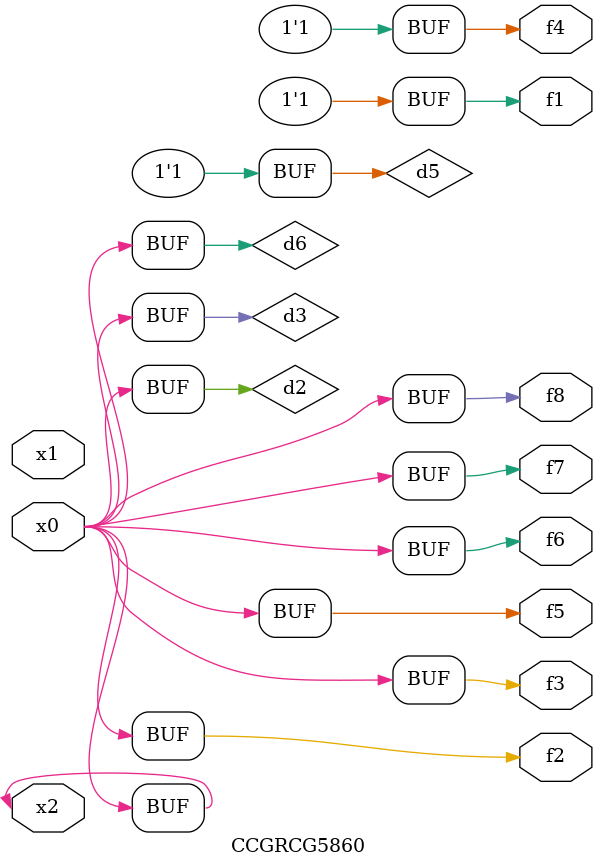
<source format=v>
module CCGRCG5860(
	input x0, x1, x2,
	output f1, f2, f3, f4, f5, f6, f7, f8
);

	wire d1, d2, d3, d4, d5, d6;

	xnor (d1, x2);
	buf (d2, x0, x2);
	and (d3, x0);
	xnor (d4, x1, x2);
	nand (d5, d1, d3);
	buf (d6, d2, d3);
	assign f1 = d5;
	assign f2 = d6;
	assign f3 = d6;
	assign f4 = d5;
	assign f5 = d6;
	assign f6 = d6;
	assign f7 = d6;
	assign f8 = d6;
endmodule

</source>
